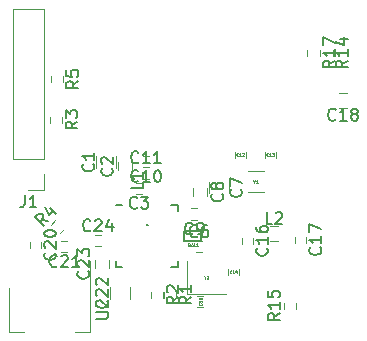
<source format=gbr>
G04 #@! TF.FileFunction,Legend,Top*
%FSLAX46Y46*%
G04 Gerber Fmt 4.6, Leading zero omitted, Abs format (unit mm)*
G04 Created by KiCad (PCBNEW 4.0.5) date 05/26/17 17:56:53*
%MOMM*%
%LPD*%
G01*
G04 APERTURE LIST*
%ADD10C,0.100000*%
%ADD11C,0.150000*%
%ADD12C,0.120000*%
%ADD13C,0.152400*%
%ADD14C,0.031750*%
%ADD15C,0.063500*%
G04 APERTURE END LIST*
D10*
D11*
X14946540Y16341000D02*
X14946540Y15816000D01*
X9696540Y11091000D02*
X9696540Y11616000D01*
X14946540Y11091000D02*
X14946540Y11616000D01*
X9696540Y16341000D02*
X10221540Y16341000D01*
X9696540Y11091000D02*
X10221540Y11091000D01*
X14946540Y11091000D02*
X14421540Y11091000D01*
X14946540Y16341000D02*
X14421540Y16341000D01*
D12*
X707340Y5583000D02*
X1967340Y5583000D01*
X7527340Y5583000D02*
X6267340Y5583000D01*
X707340Y9343000D02*
X707340Y5583000D01*
X7527340Y11593000D02*
X7527340Y5583000D01*
X29308540Y24596800D02*
X28608540Y24596800D01*
X28608540Y25796800D02*
X29308540Y25796800D01*
X15726140Y11610800D02*
X15726140Y8810800D01*
X15726140Y8810800D02*
X19026140Y8810800D01*
X23256340Y20349400D02*
X23256340Y20849400D01*
X22316340Y20849400D02*
X22316340Y20349400D01*
X19192140Y10918000D02*
X19192140Y10418000D01*
X20132140Y10418000D02*
X20132140Y10918000D01*
X16618140Y7708800D02*
X17118140Y7708800D01*
X17118140Y8648800D02*
X16618140Y8648800D01*
X22216740Y19188400D02*
X20866740Y19188400D01*
X22216740Y17438400D02*
X20866740Y17438400D01*
D13*
X15496540Y13284200D02*
X15496540Y14147800D01*
X15496540Y14147800D02*
X16918940Y14147800D01*
X16918940Y14147800D02*
X16918940Y13284200D01*
X16918940Y13284200D02*
X15496540Y13284200D01*
D12*
X20716340Y20349400D02*
X20716340Y20849400D01*
X19776340Y20849400D02*
X19776340Y20349400D01*
X28066140Y28972700D02*
X28066140Y29472700D01*
X27006140Y29472700D02*
X27006140Y28972700D01*
X8067940Y20477100D02*
X8067940Y19477100D01*
X9767940Y19477100D02*
X9767940Y20477100D01*
X9905440Y19271500D02*
X9905440Y19971500D01*
X11105440Y19971500D02*
X11105440Y19271500D01*
X11436540Y17297300D02*
X11936540Y17297300D01*
X11936540Y18237300D02*
X11436540Y18237300D01*
X17016540Y13271600D02*
X16516540Y13271600D01*
X16516540Y12331600D02*
X17016540Y12331600D01*
X19280240Y17330800D02*
X19280240Y18330800D01*
X17580240Y18330800D02*
X17580240Y17330800D01*
X17442740Y17812500D02*
X17442740Y17112500D01*
X16242740Y17112500D02*
X16242740Y17812500D01*
X16110140Y15112900D02*
X16610140Y15112900D01*
X16610140Y16052900D02*
X16110140Y16052900D01*
X12008040Y19545200D02*
X12508040Y19545200D01*
X12508040Y20485200D02*
X12008040Y20485200D01*
X12508040Y19532700D02*
X12008040Y19532700D01*
X12008040Y18592700D02*
X12508040Y18592700D01*
X21325940Y13085000D02*
X21325940Y13585000D01*
X20385940Y13585000D02*
X20385940Y13085000D01*
X25847140Y13148500D02*
X25847140Y13648500D01*
X24907140Y13648500D02*
X24907140Y13148500D01*
X3393540Y12716700D02*
X3393540Y13216700D01*
X2453540Y13216700D02*
X2453540Y12716700D01*
X5099240Y12344300D02*
X5599240Y12344300D01*
X5599240Y13284300D02*
X5099240Y13284300D01*
X9223640Y9402700D02*
X9223640Y8402700D01*
X10923640Y8402700D02*
X10923640Y9402700D01*
X7911540Y11029200D02*
X7911540Y11729200D01*
X9111540Y11729200D02*
X9111540Y11029200D01*
X8456740Y13779600D02*
X7956740Y13779600D01*
X7956740Y12839600D02*
X8456740Y12839600D01*
X3643940Y20218400D02*
X3643940Y32978400D01*
X3643940Y32978400D02*
X983940Y32978400D01*
X983940Y32978400D02*
X983940Y20218400D01*
X983940Y20218400D02*
X3643940Y20218400D01*
X3643940Y18948400D02*
X3643940Y17618400D01*
X3643940Y17618400D02*
X2313940Y17618400D01*
X23945440Y8085900D02*
X23945440Y7585900D01*
X25005440Y7585900D02*
X25005440Y8085900D01*
X26999340Y28972700D02*
X26999340Y29472700D01*
X25939340Y29472700D02*
X25939340Y28972700D01*
X22766540Y14531900D02*
X23466540Y14531900D01*
X23466540Y13331900D02*
X22766540Y13331900D01*
X5193440Y23333900D02*
X5193440Y23833900D01*
X4133440Y23833900D02*
X4133440Y23333900D01*
X5256940Y26750200D02*
X5256940Y27250200D01*
X4196940Y27250200D02*
X4196940Y26750200D01*
X4554350Y15042243D02*
X4200797Y14688690D01*
X4950330Y13939157D02*
X5303883Y14292710D01*
X13740540Y8513000D02*
X13740540Y9013000D01*
X12680540Y9013000D02*
X12680540Y8513000D01*
X14820040Y8513000D02*
X14820040Y9013000D01*
X13760040Y9013000D02*
X13760040Y8513000D01*
D14*
X12229858Y14750748D02*
X12229858Y14647938D01*
X12235906Y14635843D01*
X12241953Y14629795D01*
X12254049Y14623748D01*
X12278239Y14623748D01*
X12290334Y14629795D01*
X12296382Y14635843D01*
X12302430Y14647938D01*
X12302430Y14750748D01*
X12429430Y14623748D02*
X12356858Y14623748D01*
X12393144Y14623748D02*
X12393144Y14750748D01*
X12381049Y14732605D01*
X12368954Y14720510D01*
X12356858Y14714462D01*
D11*
X8069721Y6731095D02*
X8879245Y6731095D01*
X8974483Y6778714D01*
X9022102Y6826333D01*
X9069721Y6921571D01*
X9069721Y7112048D01*
X9022102Y7207286D01*
X8974483Y7254905D01*
X8879245Y7302524D01*
X8069721Y7302524D01*
X8164959Y7731095D02*
X8117340Y7778714D01*
X8069721Y7873952D01*
X8069721Y8112048D01*
X8117340Y8207286D01*
X8164959Y8254905D01*
X8260197Y8302524D01*
X8355435Y8302524D01*
X8498292Y8254905D01*
X9069721Y7683476D01*
X9069721Y8302524D01*
X28315683Y23589657D02*
X28268064Y23542038D01*
X28125207Y23494419D01*
X28029969Y23494419D01*
X27887111Y23542038D01*
X27791873Y23637276D01*
X27744254Y23732514D01*
X27696635Y23922990D01*
X27696635Y24065848D01*
X27744254Y24256324D01*
X27791873Y24351562D01*
X27887111Y24446800D01*
X28029969Y24494419D01*
X28125207Y24494419D01*
X28268064Y24446800D01*
X28315683Y24399181D01*
X29268064Y23494419D02*
X28696635Y23494419D01*
X28982349Y23494419D02*
X28982349Y24494419D01*
X28887111Y24351562D01*
X28791873Y24256324D01*
X28696635Y24208705D01*
X29839492Y24065848D02*
X29744254Y24113467D01*
X29696635Y24161086D01*
X29649016Y24256324D01*
X29649016Y24303943D01*
X29696635Y24399181D01*
X29744254Y24446800D01*
X29839492Y24494419D01*
X30029969Y24494419D01*
X30125207Y24446800D01*
X30172826Y24399181D01*
X30220445Y24303943D01*
X30220445Y24256324D01*
X30172826Y24161086D01*
X30125207Y24113467D01*
X30029969Y24065848D01*
X29839492Y24065848D01*
X29744254Y24018229D01*
X29696635Y23970610D01*
X29649016Y23875371D01*
X29649016Y23684895D01*
X29696635Y23589657D01*
X29744254Y23542038D01*
X29839492Y23494419D01*
X30029969Y23494419D01*
X30125207Y23542038D01*
X30172826Y23589657D01*
X30220445Y23684895D01*
X30220445Y23875371D01*
X30172826Y23970610D01*
X30125207Y24018229D01*
X30029969Y24065848D01*
D15*
X17252648Y10219388D02*
X17252648Y10098435D01*
X17167981Y10352435D02*
X17252648Y10219388D01*
X17337315Y10352435D01*
X17409886Y10328245D02*
X17421981Y10340340D01*
X17446172Y10352435D01*
X17506648Y10352435D01*
X17530838Y10340340D01*
X17542934Y10328245D01*
X17555029Y10304054D01*
X17555029Y10279864D01*
X17542934Y10243578D01*
X17397791Y10098435D01*
X17555029Y10098435D01*
X22623054Y20508686D02*
X22610959Y20496590D01*
X22574673Y20484495D01*
X22550483Y20484495D01*
X22514197Y20496590D01*
X22490006Y20520781D01*
X22477911Y20544971D01*
X22465816Y20593352D01*
X22465816Y20629638D01*
X22477911Y20678019D01*
X22490006Y20702210D01*
X22514197Y20726400D01*
X22550483Y20738495D01*
X22574673Y20738495D01*
X22610959Y20726400D01*
X22623054Y20714305D01*
X22864959Y20484495D02*
X22719816Y20484495D01*
X22792387Y20484495D02*
X22792387Y20738495D01*
X22768197Y20702210D01*
X22744006Y20678019D01*
X22719816Y20665924D01*
X22949626Y20738495D02*
X23106864Y20738495D01*
X23022197Y20641733D01*
X23058483Y20641733D01*
X23082673Y20629638D01*
X23094769Y20617543D01*
X23106864Y20593352D01*
X23106864Y20532876D01*
X23094769Y20508686D01*
X23082673Y20496590D01*
X23058483Y20484495D01*
X22985911Y20484495D01*
X22961721Y20496590D01*
X22949626Y20508686D01*
X19498854Y10577286D02*
X19486759Y10565190D01*
X19450473Y10553095D01*
X19426283Y10553095D01*
X19389997Y10565190D01*
X19365806Y10589381D01*
X19353711Y10613571D01*
X19341616Y10661952D01*
X19341616Y10698238D01*
X19353711Y10746619D01*
X19365806Y10770810D01*
X19389997Y10795000D01*
X19426283Y10807095D01*
X19450473Y10807095D01*
X19486759Y10795000D01*
X19498854Y10782905D01*
X19740759Y10553095D02*
X19595616Y10553095D01*
X19668187Y10553095D02*
X19668187Y10807095D01*
X19643997Y10770810D01*
X19619806Y10746619D01*
X19595616Y10734524D01*
X19958473Y10722429D02*
X19958473Y10553095D01*
X19897997Y10819190D02*
X19837521Y10637762D01*
X19994759Y10637762D01*
X16958854Y8015514D02*
X16970950Y8003419D01*
X16983045Y7967133D01*
X16983045Y7942943D01*
X16970950Y7906657D01*
X16946759Y7882466D01*
X16922569Y7870371D01*
X16874188Y7858276D01*
X16837902Y7858276D01*
X16789521Y7870371D01*
X16765330Y7882466D01*
X16741140Y7906657D01*
X16729045Y7942943D01*
X16729045Y7967133D01*
X16741140Y8003419D01*
X16753235Y8015514D01*
X16983045Y8257419D02*
X16983045Y8112276D01*
X16983045Y8184847D02*
X16729045Y8184847D01*
X16765330Y8160657D01*
X16789521Y8136466D01*
X16801616Y8112276D01*
X16729045Y8487229D02*
X16729045Y8366276D01*
X16849997Y8354181D01*
X16837902Y8366276D01*
X16825807Y8390467D01*
X16825807Y8450943D01*
X16837902Y8475133D01*
X16849997Y8487229D01*
X16874188Y8499324D01*
X16934664Y8499324D01*
X16958854Y8487229D01*
X16970950Y8475133D01*
X16983045Y8450943D01*
X16983045Y8390467D01*
X16970950Y8366276D01*
X16958854Y8354181D01*
X21420788Y18319448D02*
X21420788Y18198495D01*
X21336121Y18452495D02*
X21420788Y18319448D01*
X21505455Y18452495D01*
X21723169Y18198495D02*
X21578026Y18198495D01*
X21650597Y18198495D02*
X21650597Y18452495D01*
X21626407Y18416210D01*
X21602216Y18392019D01*
X21578026Y18379924D01*
X15944064Y12972143D02*
X15980350Y12960048D01*
X15992445Y12947952D01*
X16004540Y12923762D01*
X16004540Y12887476D01*
X15992445Y12863286D01*
X15980350Y12851190D01*
X15956159Y12839095D01*
X15859397Y12839095D01*
X15859397Y13093095D01*
X15944064Y13093095D01*
X15968254Y13081000D01*
X15980350Y13068905D01*
X15992445Y13044714D01*
X15992445Y13020524D01*
X15980350Y12996333D01*
X15968254Y12984238D01*
X15944064Y12972143D01*
X15859397Y12972143D01*
X16101302Y12911667D02*
X16222254Y12911667D01*
X16077111Y12839095D02*
X16161778Y13093095D01*
X16246445Y12839095D01*
X16452064Y12839095D02*
X16331111Y12839095D01*
X16331111Y13093095D01*
X16669778Y12839095D02*
X16524635Y12839095D01*
X16597206Y12839095D02*
X16597206Y13093095D01*
X16573016Y13056810D01*
X16548825Y13032619D01*
X16524635Y13020524D01*
X20083054Y20508686D02*
X20070959Y20496590D01*
X20034673Y20484495D01*
X20010483Y20484495D01*
X19974197Y20496590D01*
X19950006Y20520781D01*
X19937911Y20544971D01*
X19925816Y20593352D01*
X19925816Y20629638D01*
X19937911Y20678019D01*
X19950006Y20702210D01*
X19974197Y20726400D01*
X20010483Y20738495D01*
X20034673Y20738495D01*
X20070959Y20726400D01*
X20083054Y20714305D01*
X20324959Y20484495D02*
X20179816Y20484495D01*
X20252387Y20484495D02*
X20252387Y20738495D01*
X20228197Y20702210D01*
X20204006Y20678019D01*
X20179816Y20665924D01*
X20421721Y20714305D02*
X20433816Y20726400D01*
X20458007Y20738495D01*
X20518483Y20738495D01*
X20542673Y20726400D01*
X20554769Y20714305D01*
X20566864Y20690114D01*
X20566864Y20665924D01*
X20554769Y20629638D01*
X20409626Y20484495D01*
X20566864Y20484495D01*
D11*
X11973821Y18250874D02*
X11973821Y17774683D01*
X10973821Y17774683D01*
X11973821Y19108017D02*
X11973821Y18536588D01*
X11973821Y18822302D02*
X10973821Y18822302D01*
X11116678Y18727064D01*
X11211916Y18631826D01*
X11259535Y18536588D01*
X29338521Y28579843D02*
X28862330Y28246509D01*
X29338521Y28008414D02*
X28338521Y28008414D01*
X28338521Y28389367D01*
X28386140Y28484605D01*
X28433759Y28532224D01*
X28528997Y28579843D01*
X28671854Y28579843D01*
X28767092Y28532224D01*
X28814711Y28484605D01*
X28862330Y28389367D01*
X28862330Y28008414D01*
X29338521Y29532224D02*
X29338521Y28960795D01*
X29338521Y29246509D02*
X28338521Y29246509D01*
X28481378Y29151271D01*
X28576616Y29056033D01*
X28624235Y28960795D01*
X28671854Y30389367D02*
X29338521Y30389367D01*
X28290902Y30151271D02*
X29005188Y29913176D01*
X29005188Y30532224D01*
X7775083Y19810434D02*
X7822702Y19762815D01*
X7870321Y19619958D01*
X7870321Y19524720D01*
X7822702Y19381862D01*
X7727464Y19286624D01*
X7632226Y19239005D01*
X7441750Y19191386D01*
X7298892Y19191386D01*
X7108416Y19239005D01*
X7013178Y19286624D01*
X6917940Y19381862D01*
X6870321Y19524720D01*
X6870321Y19619958D01*
X6917940Y19762815D01*
X6965559Y19810434D01*
X7870321Y20762815D02*
X7870321Y20191386D01*
X7870321Y20477100D02*
X6870321Y20477100D01*
X7013178Y20381862D01*
X7108416Y20286624D01*
X7156035Y20191386D01*
X9362583Y19454834D02*
X9410202Y19407215D01*
X9457821Y19264358D01*
X9457821Y19169120D01*
X9410202Y19026262D01*
X9314964Y18931024D01*
X9219726Y18883405D01*
X9029250Y18835786D01*
X8886392Y18835786D01*
X8695916Y18883405D01*
X8600678Y18931024D01*
X8505440Y19026262D01*
X8457821Y19169120D01*
X8457821Y19264358D01*
X8505440Y19407215D01*
X8553059Y19454834D01*
X8553059Y19835786D02*
X8505440Y19883405D01*
X8457821Y19978643D01*
X8457821Y20216739D01*
X8505440Y20311977D01*
X8553059Y20359596D01*
X8648297Y20407215D01*
X8743535Y20407215D01*
X8886392Y20359596D01*
X9457821Y19788167D01*
X9457821Y20407215D01*
X11519874Y16140157D02*
X11472255Y16092538D01*
X11329398Y16044919D01*
X11234160Y16044919D01*
X11091302Y16092538D01*
X10996064Y16187776D01*
X10948445Y16283014D01*
X10900826Y16473490D01*
X10900826Y16616348D01*
X10948445Y16806824D01*
X10996064Y16902062D01*
X11091302Y16997300D01*
X11234160Y17044919D01*
X11329398Y17044919D01*
X11472255Y16997300D01*
X11519874Y16949681D01*
X11853207Y17044919D02*
X12472255Y17044919D01*
X12138921Y16663967D01*
X12281779Y16663967D01*
X12377017Y16616348D01*
X12424636Y16568729D01*
X12472255Y16473490D01*
X12472255Y16235395D01*
X12424636Y16140157D01*
X12377017Y16092538D01*
X12281779Y16044919D01*
X11996064Y16044919D01*
X11900826Y16092538D01*
X11853207Y16140157D01*
X16599874Y13714457D02*
X16552255Y13666838D01*
X16409398Y13619219D01*
X16314160Y13619219D01*
X16171302Y13666838D01*
X16076064Y13762076D01*
X16028445Y13857314D01*
X15980826Y14047790D01*
X15980826Y14190648D01*
X16028445Y14381124D01*
X16076064Y14476362D01*
X16171302Y14571600D01*
X16314160Y14619219D01*
X16409398Y14619219D01*
X16552255Y14571600D01*
X16599874Y14523981D01*
X17457017Y14619219D02*
X17266540Y14619219D01*
X17171302Y14571600D01*
X17123683Y14523981D01*
X17028445Y14381124D01*
X16980826Y14190648D01*
X16980826Y13809695D01*
X17028445Y13714457D01*
X17076064Y13666838D01*
X17171302Y13619219D01*
X17361779Y13619219D01*
X17457017Y13666838D01*
X17504636Y13714457D01*
X17552255Y13809695D01*
X17552255Y14047790D01*
X17504636Y14143029D01*
X17457017Y14190648D01*
X17361779Y14238267D01*
X17171302Y14238267D01*
X17076064Y14190648D01*
X17028445Y14143029D01*
X16980826Y14047790D01*
X20287383Y17664134D02*
X20335002Y17616515D01*
X20382621Y17473658D01*
X20382621Y17378420D01*
X20335002Y17235562D01*
X20239764Y17140324D01*
X20144526Y17092705D01*
X19954050Y17045086D01*
X19811192Y17045086D01*
X19620716Y17092705D01*
X19525478Y17140324D01*
X19430240Y17235562D01*
X19382621Y17378420D01*
X19382621Y17473658D01*
X19430240Y17616515D01*
X19477859Y17664134D01*
X19382621Y17997467D02*
X19382621Y18664134D01*
X20382621Y18235562D01*
X18699883Y17295834D02*
X18747502Y17248215D01*
X18795121Y17105358D01*
X18795121Y17010120D01*
X18747502Y16867262D01*
X18652264Y16772024D01*
X18557026Y16724405D01*
X18366550Y16676786D01*
X18223692Y16676786D01*
X18033216Y16724405D01*
X17937978Y16772024D01*
X17842740Y16867262D01*
X17795121Y17010120D01*
X17795121Y17105358D01*
X17842740Y17248215D01*
X17890359Y17295834D01*
X18223692Y17867262D02*
X18176073Y17772024D01*
X18128454Y17724405D01*
X18033216Y17676786D01*
X17985597Y17676786D01*
X17890359Y17724405D01*
X17842740Y17772024D01*
X17795121Y17867262D01*
X17795121Y18057739D01*
X17842740Y18152977D01*
X17890359Y18200596D01*
X17985597Y18248215D01*
X18033216Y18248215D01*
X18128454Y18200596D01*
X18176073Y18152977D01*
X18223692Y18057739D01*
X18223692Y17867262D01*
X18271311Y17772024D01*
X18318930Y17724405D01*
X18414169Y17676786D01*
X18604645Y17676786D01*
X18699883Y17724405D01*
X18747502Y17772024D01*
X18795121Y17867262D01*
X18795121Y18057739D01*
X18747502Y18152977D01*
X18699883Y18200596D01*
X18604645Y18248215D01*
X18414169Y18248215D01*
X18318930Y18200596D01*
X18271311Y18152977D01*
X18223692Y18057739D01*
X16193474Y13955757D02*
X16145855Y13908138D01*
X16002998Y13860519D01*
X15907760Y13860519D01*
X15764902Y13908138D01*
X15669664Y14003376D01*
X15622045Y14098614D01*
X15574426Y14289090D01*
X15574426Y14431948D01*
X15622045Y14622424D01*
X15669664Y14717662D01*
X15764902Y14812900D01*
X15907760Y14860519D01*
X16002998Y14860519D01*
X16145855Y14812900D01*
X16193474Y14765281D01*
X16669664Y13860519D02*
X16860140Y13860519D01*
X16955379Y13908138D01*
X17002998Y13955757D01*
X17098236Y14098614D01*
X17145855Y14289090D01*
X17145855Y14670043D01*
X17098236Y14765281D01*
X17050617Y14812900D01*
X16955379Y14860519D01*
X16764902Y14860519D01*
X16669664Y14812900D01*
X16622045Y14765281D01*
X16574426Y14670043D01*
X16574426Y14431948D01*
X16622045Y14336710D01*
X16669664Y14289090D01*
X16764902Y14241471D01*
X16955379Y14241471D01*
X17050617Y14289090D01*
X17098236Y14336710D01*
X17145855Y14431948D01*
X11615183Y18388057D02*
X11567564Y18340438D01*
X11424707Y18292819D01*
X11329469Y18292819D01*
X11186611Y18340438D01*
X11091373Y18435676D01*
X11043754Y18530914D01*
X10996135Y18721390D01*
X10996135Y18864248D01*
X11043754Y19054724D01*
X11091373Y19149962D01*
X11186611Y19245200D01*
X11329469Y19292819D01*
X11424707Y19292819D01*
X11567564Y19245200D01*
X11615183Y19197581D01*
X12567564Y18292819D02*
X11996135Y18292819D01*
X12281849Y18292819D02*
X12281849Y19292819D01*
X12186611Y19149962D01*
X12091373Y19054724D01*
X11996135Y19007105D01*
X13186611Y19292819D02*
X13281850Y19292819D01*
X13377088Y19245200D01*
X13424707Y19197581D01*
X13472326Y19102343D01*
X13519945Y18911867D01*
X13519945Y18673771D01*
X13472326Y18483295D01*
X13424707Y18388057D01*
X13377088Y18340438D01*
X13281850Y18292819D01*
X13186611Y18292819D01*
X13091373Y18340438D01*
X13043754Y18388057D01*
X12996135Y18483295D01*
X12948516Y18673771D01*
X12948516Y18911867D01*
X12996135Y19102343D01*
X13043754Y19197581D01*
X13091373Y19245200D01*
X13186611Y19292819D01*
X11615183Y19975557D02*
X11567564Y19927938D01*
X11424707Y19880319D01*
X11329469Y19880319D01*
X11186611Y19927938D01*
X11091373Y20023176D01*
X11043754Y20118414D01*
X10996135Y20308890D01*
X10996135Y20451748D01*
X11043754Y20642224D01*
X11091373Y20737462D01*
X11186611Y20832700D01*
X11329469Y20880319D01*
X11424707Y20880319D01*
X11567564Y20832700D01*
X11615183Y20785081D01*
X12567564Y19880319D02*
X11996135Y19880319D01*
X12281849Y19880319D02*
X12281849Y20880319D01*
X12186611Y20737462D01*
X12091373Y20642224D01*
X11996135Y20594605D01*
X13519945Y19880319D02*
X12948516Y19880319D01*
X13234230Y19880319D02*
X13234230Y20880319D01*
X13138992Y20737462D01*
X13043754Y20642224D01*
X12948516Y20594605D01*
X22483083Y12692143D02*
X22530702Y12644524D01*
X22578321Y12501667D01*
X22578321Y12406429D01*
X22530702Y12263571D01*
X22435464Y12168333D01*
X22340226Y12120714D01*
X22149750Y12073095D01*
X22006892Y12073095D01*
X21816416Y12120714D01*
X21721178Y12168333D01*
X21625940Y12263571D01*
X21578321Y12406429D01*
X21578321Y12501667D01*
X21625940Y12644524D01*
X21673559Y12692143D01*
X22578321Y13644524D02*
X22578321Y13073095D01*
X22578321Y13358809D02*
X21578321Y13358809D01*
X21721178Y13263571D01*
X21816416Y13168333D01*
X21864035Y13073095D01*
X21578321Y14501667D02*
X21578321Y14311190D01*
X21625940Y14215952D01*
X21673559Y14168333D01*
X21816416Y14073095D01*
X22006892Y14025476D01*
X22387845Y14025476D01*
X22483083Y14073095D01*
X22530702Y14120714D01*
X22578321Y14215952D01*
X22578321Y14406429D01*
X22530702Y14501667D01*
X22483083Y14549286D01*
X22387845Y14596905D01*
X22149750Y14596905D01*
X22054511Y14549286D01*
X22006892Y14501667D01*
X21959273Y14406429D01*
X21959273Y14215952D01*
X22006892Y14120714D01*
X22054511Y14073095D01*
X22149750Y14025476D01*
X27004283Y12755643D02*
X27051902Y12708024D01*
X27099521Y12565167D01*
X27099521Y12469929D01*
X27051902Y12327071D01*
X26956664Y12231833D01*
X26861426Y12184214D01*
X26670950Y12136595D01*
X26528092Y12136595D01*
X26337616Y12184214D01*
X26242378Y12231833D01*
X26147140Y12327071D01*
X26099521Y12469929D01*
X26099521Y12565167D01*
X26147140Y12708024D01*
X26194759Y12755643D01*
X27099521Y13708024D02*
X27099521Y13136595D01*
X27099521Y13422309D02*
X26099521Y13422309D01*
X26242378Y13327071D01*
X26337616Y13231833D01*
X26385235Y13136595D01*
X26099521Y14041357D02*
X26099521Y14708024D01*
X27099521Y14279452D01*
X4550683Y12323843D02*
X4598302Y12276224D01*
X4645921Y12133367D01*
X4645921Y12038129D01*
X4598302Y11895271D01*
X4503064Y11800033D01*
X4407826Y11752414D01*
X4217350Y11704795D01*
X4074492Y11704795D01*
X3884016Y11752414D01*
X3788778Y11800033D01*
X3693540Y11895271D01*
X3645921Y12038129D01*
X3645921Y12133367D01*
X3693540Y12276224D01*
X3741159Y12323843D01*
X3741159Y12704795D02*
X3693540Y12752414D01*
X3645921Y12847652D01*
X3645921Y13085748D01*
X3693540Y13180986D01*
X3741159Y13228605D01*
X3836397Y13276224D01*
X3931635Y13276224D01*
X4074492Y13228605D01*
X4645921Y12657176D01*
X4645921Y13276224D01*
X3645921Y13895271D02*
X3645921Y13990510D01*
X3693540Y14085748D01*
X3741159Y14133367D01*
X3836397Y14180986D01*
X4026873Y14228605D01*
X4264969Y14228605D01*
X4455445Y14180986D01*
X4550683Y14133367D01*
X4598302Y14085748D01*
X4645921Y13990510D01*
X4645921Y13895271D01*
X4598302Y13800033D01*
X4550683Y13752414D01*
X4455445Y13704795D01*
X4264969Y13657176D01*
X4026873Y13657176D01*
X3836397Y13704795D01*
X3741159Y13752414D01*
X3693540Y13800033D01*
X3645921Y13895271D01*
X4706383Y11187157D02*
X4658764Y11139538D01*
X4515907Y11091919D01*
X4420669Y11091919D01*
X4277811Y11139538D01*
X4182573Y11234776D01*
X4134954Y11330014D01*
X4087335Y11520490D01*
X4087335Y11663348D01*
X4134954Y11853824D01*
X4182573Y11949062D01*
X4277811Y12044300D01*
X4420669Y12091919D01*
X4515907Y12091919D01*
X4658764Y12044300D01*
X4706383Y11996681D01*
X5087335Y11996681D02*
X5134954Y12044300D01*
X5230192Y12091919D01*
X5468288Y12091919D01*
X5563526Y12044300D01*
X5611145Y11996681D01*
X5658764Y11901443D01*
X5658764Y11806205D01*
X5611145Y11663348D01*
X5039716Y11091919D01*
X5658764Y11091919D01*
X6611145Y11091919D02*
X6039716Y11091919D01*
X6325430Y11091919D02*
X6325430Y12091919D01*
X6230192Y11949062D01*
X6134954Y11853824D01*
X6039716Y11806205D01*
X8930783Y8259843D02*
X8978402Y8212224D01*
X9026021Y8069367D01*
X9026021Y7974129D01*
X8978402Y7831271D01*
X8883164Y7736033D01*
X8787926Y7688414D01*
X8597450Y7640795D01*
X8454592Y7640795D01*
X8264116Y7688414D01*
X8168878Y7736033D01*
X8073640Y7831271D01*
X8026021Y7974129D01*
X8026021Y8069367D01*
X8073640Y8212224D01*
X8121259Y8259843D01*
X8121259Y8640795D02*
X8073640Y8688414D01*
X8026021Y8783652D01*
X8026021Y9021748D01*
X8073640Y9116986D01*
X8121259Y9164605D01*
X8216497Y9212224D01*
X8311735Y9212224D01*
X8454592Y9164605D01*
X9026021Y8593176D01*
X9026021Y9212224D01*
X8121259Y9593176D02*
X8073640Y9640795D01*
X8026021Y9736033D01*
X8026021Y9974129D01*
X8073640Y10069367D01*
X8121259Y10116986D01*
X8216497Y10164605D01*
X8311735Y10164605D01*
X8454592Y10116986D01*
X9026021Y9545557D01*
X9026021Y10164605D01*
X7368683Y10736343D02*
X7416302Y10688724D01*
X7463921Y10545867D01*
X7463921Y10450629D01*
X7416302Y10307771D01*
X7321064Y10212533D01*
X7225826Y10164914D01*
X7035350Y10117295D01*
X6892492Y10117295D01*
X6702016Y10164914D01*
X6606778Y10212533D01*
X6511540Y10307771D01*
X6463921Y10450629D01*
X6463921Y10545867D01*
X6511540Y10688724D01*
X6559159Y10736343D01*
X6559159Y11117295D02*
X6511540Y11164914D01*
X6463921Y11260152D01*
X6463921Y11498248D01*
X6511540Y11593486D01*
X6559159Y11641105D01*
X6654397Y11688724D01*
X6749635Y11688724D01*
X6892492Y11641105D01*
X7463921Y11069676D01*
X7463921Y11688724D01*
X6463921Y12022057D02*
X6463921Y12641105D01*
X6844873Y12307771D01*
X6844873Y12450629D01*
X6892492Y12545867D01*
X6940111Y12593486D01*
X7035350Y12641105D01*
X7273445Y12641105D01*
X7368683Y12593486D01*
X7416302Y12545867D01*
X7463921Y12450629D01*
X7463921Y12164914D01*
X7416302Y12069676D01*
X7368683Y12022057D01*
X7563883Y14222457D02*
X7516264Y14174838D01*
X7373407Y14127219D01*
X7278169Y14127219D01*
X7135311Y14174838D01*
X7040073Y14270076D01*
X6992454Y14365314D01*
X6944835Y14555790D01*
X6944835Y14698648D01*
X6992454Y14889124D01*
X7040073Y14984362D01*
X7135311Y15079600D01*
X7278169Y15127219D01*
X7373407Y15127219D01*
X7516264Y15079600D01*
X7563883Y15031981D01*
X7944835Y15031981D02*
X7992454Y15079600D01*
X8087692Y15127219D01*
X8325788Y15127219D01*
X8421026Y15079600D01*
X8468645Y15031981D01*
X8516264Y14936743D01*
X8516264Y14841505D01*
X8468645Y14698648D01*
X7897216Y14127219D01*
X8516264Y14127219D01*
X9373407Y14793886D02*
X9373407Y14127219D01*
X9135311Y15174838D02*
X8897216Y14460552D01*
X9516264Y14460552D01*
X1980607Y17166019D02*
X1980607Y16451733D01*
X1932987Y16308876D01*
X1837749Y16213638D01*
X1694892Y16166019D01*
X1599654Y16166019D01*
X2980607Y16166019D02*
X2409178Y16166019D01*
X2694892Y16166019D02*
X2694892Y17166019D01*
X2599654Y17023162D01*
X2504416Y16927924D01*
X2409178Y16880305D01*
X23577821Y7193043D02*
X23101630Y6859709D01*
X23577821Y6621614D02*
X22577821Y6621614D01*
X22577821Y7002567D01*
X22625440Y7097805D01*
X22673059Y7145424D01*
X22768297Y7193043D01*
X22911154Y7193043D01*
X23006392Y7145424D01*
X23054011Y7097805D01*
X23101630Y7002567D01*
X23101630Y6621614D01*
X23577821Y8145424D02*
X23577821Y7573995D01*
X23577821Y7859709D02*
X22577821Y7859709D01*
X22720678Y7764471D01*
X22815916Y7669233D01*
X22863535Y7573995D01*
X22577821Y9050186D02*
X22577821Y8573995D01*
X23054011Y8526376D01*
X23006392Y8573995D01*
X22958773Y8669233D01*
X22958773Y8907329D01*
X23006392Y9002567D01*
X23054011Y9050186D01*
X23149250Y9097805D01*
X23387345Y9097805D01*
X23482583Y9050186D01*
X23530202Y9002567D01*
X23577821Y8907329D01*
X23577821Y8669233D01*
X23530202Y8573995D01*
X23482583Y8526376D01*
X28271721Y28579843D02*
X27795530Y28246509D01*
X28271721Y28008414D02*
X27271721Y28008414D01*
X27271721Y28389367D01*
X27319340Y28484605D01*
X27366959Y28532224D01*
X27462197Y28579843D01*
X27605054Y28579843D01*
X27700292Y28532224D01*
X27747911Y28484605D01*
X27795530Y28389367D01*
X27795530Y28008414D01*
X28271721Y29532224D02*
X28271721Y28960795D01*
X28271721Y29246509D02*
X27271721Y29246509D01*
X27414578Y29151271D01*
X27509816Y29056033D01*
X27557435Y28960795D01*
X27271721Y29865557D02*
X27271721Y30532224D01*
X28271721Y30103652D01*
X22949874Y14729519D02*
X22473683Y14729519D01*
X22473683Y15729519D01*
X23235588Y15634281D02*
X23283207Y15681900D01*
X23378445Y15729519D01*
X23616541Y15729519D01*
X23711779Y15681900D01*
X23759398Y15634281D01*
X23807017Y15539043D01*
X23807017Y15443805D01*
X23759398Y15300948D01*
X23187969Y14729519D01*
X23807017Y14729519D01*
X6465821Y23417234D02*
X5989630Y23083900D01*
X6465821Y22845805D02*
X5465821Y22845805D01*
X5465821Y23226758D01*
X5513440Y23321996D01*
X5561059Y23369615D01*
X5656297Y23417234D01*
X5799154Y23417234D01*
X5894392Y23369615D01*
X5942011Y23321996D01*
X5989630Y23226758D01*
X5989630Y22845805D01*
X5465821Y23750567D02*
X5465821Y24369615D01*
X5846773Y24036281D01*
X5846773Y24179139D01*
X5894392Y24274377D01*
X5942011Y24321996D01*
X6037250Y24369615D01*
X6275345Y24369615D01*
X6370583Y24321996D01*
X6418202Y24274377D01*
X6465821Y24179139D01*
X6465821Y23893424D01*
X6418202Y23798186D01*
X6370583Y23750567D01*
X6529321Y26833534D02*
X6053130Y26500200D01*
X6529321Y26262105D02*
X5529321Y26262105D01*
X5529321Y26643058D01*
X5576940Y26738296D01*
X5624559Y26785915D01*
X5719797Y26833534D01*
X5862654Y26833534D01*
X5957892Y26785915D01*
X6005511Y26738296D01*
X6053130Y26643058D01*
X6053130Y26262105D01*
X5529321Y27738296D02*
X5529321Y27262105D01*
X6005511Y27214486D01*
X5957892Y27262105D01*
X5910273Y27357343D01*
X5910273Y27595439D01*
X5957892Y27690677D01*
X6005511Y27738296D01*
X6100750Y27785915D01*
X6338845Y27785915D01*
X6434083Y27738296D01*
X6481702Y27690677D01*
X6529321Y27595439D01*
X6529321Y27357343D01*
X6481702Y27262105D01*
X6434083Y27214486D01*
X3999777Y15007562D02*
X3427356Y15108577D01*
X3595716Y14603500D02*
X2888609Y15310607D01*
X3157983Y15579982D01*
X3258999Y15613653D01*
X3326342Y15613653D01*
X3427357Y15579982D01*
X3528372Y15478966D01*
X3562044Y15377951D01*
X3562044Y15310608D01*
X3528372Y15209593D01*
X3258998Y14940218D01*
X4134464Y16085058D02*
X4605869Y15613653D01*
X3696731Y16186072D02*
X4033449Y15512637D01*
X4471182Y15950370D01*
X15012921Y8596334D02*
X14536730Y8263000D01*
X15012921Y8024905D02*
X14012921Y8024905D01*
X14012921Y8405858D01*
X14060540Y8501096D01*
X14108159Y8548715D01*
X14203397Y8596334D01*
X14346254Y8596334D01*
X14441492Y8548715D01*
X14489111Y8501096D01*
X14536730Y8405858D01*
X14536730Y8024905D01*
X14108159Y8977286D02*
X14060540Y9024905D01*
X14012921Y9120143D01*
X14012921Y9358239D01*
X14060540Y9453477D01*
X14108159Y9501096D01*
X14203397Y9548715D01*
X14298635Y9548715D01*
X14441492Y9501096D01*
X15012921Y8929667D01*
X15012921Y9548715D01*
X16092421Y8596334D02*
X15616230Y8263000D01*
X16092421Y8024905D02*
X15092421Y8024905D01*
X15092421Y8405858D01*
X15140040Y8501096D01*
X15187659Y8548715D01*
X15282897Y8596334D01*
X15425754Y8596334D01*
X15520992Y8548715D01*
X15568611Y8501096D01*
X15616230Y8405858D01*
X15616230Y8024905D01*
X16092421Y9548715D02*
X16092421Y8977286D01*
X16092421Y9263000D02*
X15092421Y9263000D01*
X15235278Y9167762D01*
X15330516Y9072524D01*
X15378135Y8977286D01*
M02*

</source>
